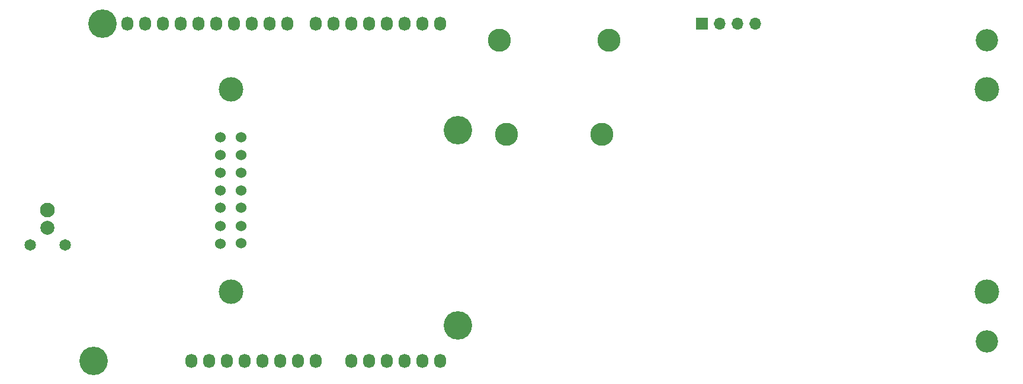
<source format=gbs>
G04 #@! TF.GenerationSoftware,KiCad,Pcbnew,(6.0.6)*
G04 #@! TF.CreationDate,2022-07-18T13:46:11+09:00*
G04 #@! TF.ProjectId,mt_reflowcnt,6d745f72-6566-46c6-9f77-636e742e6b69,rev?*
G04 #@! TF.SameCoordinates,Original*
G04 #@! TF.FileFunction,Soldermask,Bot*
G04 #@! TF.FilePolarity,Negative*
%FSLAX46Y46*%
G04 Gerber Fmt 4.6, Leading zero omitted, Abs format (unit mm)*
G04 Created by KiCad (PCBNEW (6.0.6)) date 2022-07-18 13:46:11*
%MOMM*%
%LPD*%
G01*
G04 APERTURE LIST*
%ADD10C,3.200000*%
%ADD11R,1.700000X1.700000*%
%ADD12O,1.700000X1.700000*%
%ADD13C,1.650000*%
%ADD14C,2.100000*%
%ADD15C,2.000000*%
%ADD16C,3.294000*%
%ADD17C,1.524000*%
%ADD18C,3.500000*%
%ADD19O,1.727200X2.032000*%
%ADD20C,4.064000*%
G04 APERTURE END LIST*
D10*
G04 #@! TO.C,H2*
X252603000Y-121031000D03*
G04 #@! TD*
G04 #@! TO.C,H1*
X252603000Y-77978000D03*
G04 #@! TD*
D11*
G04 #@! TO.C,J1*
X211846000Y-75565000D03*
D12*
X214386000Y-75565000D03*
X216926000Y-75565000D03*
X219466000Y-75565000D03*
G04 #@! TD*
D13*
G04 #@! TO.C,R2*
X115864000Y-107275000D03*
X120864000Y-107275000D03*
D14*
X118364000Y-102275000D03*
D15*
X118364000Y-104775000D03*
G04 #@! TD*
D16*
G04 #@! TO.C,J2*
X198604000Y-77959000D03*
X182904000Y-77959000D03*
X197604000Y-91459000D03*
X183904000Y-91459000D03*
G04 #@! TD*
D17*
G04 #@! TO.C,U1*
X143080000Y-91849000D03*
X145980000Y-91849000D03*
X143080000Y-94389000D03*
X145980000Y-94389000D03*
X143080000Y-96929000D03*
X145980000Y-96929000D03*
X143080000Y-99469000D03*
X145980000Y-99459000D03*
X143080000Y-101919000D03*
X145980000Y-101939000D03*
X143080000Y-104549000D03*
X145980000Y-104549000D03*
X143080000Y-107089000D03*
X145980000Y-107049000D03*
D18*
X252580000Y-113969000D03*
X252580000Y-84969000D03*
X144580000Y-113969000D03*
X144580000Y-84969000D03*
G04 #@! TD*
D19*
G04 #@! TO.C,P1*
X138938000Y-123825000D03*
X141478000Y-123825000D03*
X144018000Y-123825000D03*
X146558000Y-123825000D03*
X149098000Y-123825000D03*
X151638000Y-123825000D03*
X154178000Y-123825000D03*
X156718000Y-123825000D03*
G04 #@! TD*
G04 #@! TO.C,P2*
X161798000Y-123825000D03*
X164338000Y-123825000D03*
X166878000Y-123825000D03*
X169418000Y-123825000D03*
X171958000Y-123825000D03*
X174498000Y-123825000D03*
G04 #@! TD*
G04 #@! TO.C,P3*
X129794000Y-75565000D03*
X132334000Y-75565000D03*
X134874000Y-75565000D03*
X137414000Y-75565000D03*
X139954000Y-75565000D03*
X142494000Y-75565000D03*
X145034000Y-75565000D03*
X147574000Y-75565000D03*
X150114000Y-75565000D03*
X152654000Y-75565000D03*
G04 #@! TD*
G04 #@! TO.C,P4*
X156718000Y-75565000D03*
X159258000Y-75565000D03*
X161798000Y-75565000D03*
X164338000Y-75565000D03*
X166878000Y-75565000D03*
X169418000Y-75565000D03*
X171958000Y-75565000D03*
X174498000Y-75565000D03*
G04 #@! TD*
D20*
G04 #@! TO.C,P5*
X124968000Y-123825000D03*
G04 #@! TD*
G04 #@! TO.C,P6*
X177038000Y-118745000D03*
G04 #@! TD*
G04 #@! TO.C,P7*
X126238000Y-75565000D03*
G04 #@! TD*
G04 #@! TO.C,P8*
X177038000Y-90805000D03*
G04 #@! TD*
M02*

</source>
